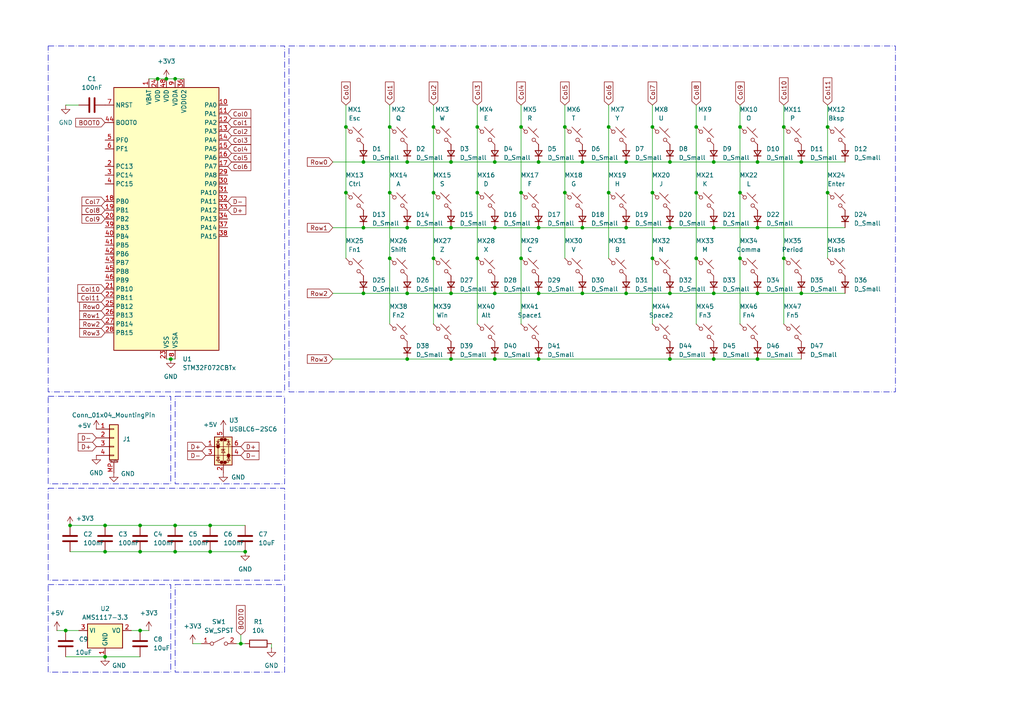
<source format=kicad_sch>
(kicad_sch (version 20250114) (generator "eeschema") (generator_version "9.0")
  (paper "A4")
  (lib_symbols
    (symbol "Connector_Generic_MountingPin:Conn_01x04_MountingPin" (pin_names (offset 1.016) (hide yes))
      (property "Reference" "J" (at 0 5.08 0))
      (property "Value" "Conn_01x04_MountingPin" (at 1.27 -7.62 0))
      (symbol "Conn_01x04_MountingPin_1_1"
        (text "Mounting" (at 0 -6.731 0) (effects (font (size 0.381 0.381))))
        (pin passive line (at -5.08 2.54 0) (length 3.81) (name "Pin_1") (number "1"))
        (pin passive line (at -5.08 0 0) (length 3.81) (name "Pin_2") (number "2"))
        (pin passive line (at -5.08 -2.54 0) (length 3.81) (name "Pin_3") (number "3"))
        (pin passive line (at -5.08 -5.08 0) (length 3.81) (name "Pin_4") (number "4"))
        (pin passive line (at 0 -10.16 90) (length 3.048) (name "MountPin") (number "MP"))
      )
    )
    (symbol "Device:C" (pin_numbers (hide yes)) (pin_names (offset 0.254))
      (property "Reference" "C" (at 0.635 2.54 0))
      (property "Value" "C" (at 0.635 -2.54 0))
      (symbol "C_1_1"
        (pin passive line (at 0 3.81 270) (length 2.794) (name "~") (number "1"))
        (pin passive line (at 0 -3.81 90) (length 2.794) (name "~") (number "2"))
      )
    )
    (symbol "Device:D_Small" (pin_numbers (hide yes)) (pin_names (offset 0.254) (hide yes))
      (property "Reference" "D" (at -1.27 2.032 0))
      (property "Value" "D_Small" (at -3.81 -2.032 0))
      (symbol "D_Small_1_1"
        (pin passive line (at -2.54 0 0) (length 1.778) (name "K") (number "1"))
        (pin passive line (at 2.54 0 180) (length 1.778) (name "A") (number "2"))
      )
    )
    (symbol "Device:R" (pin_numbers (hide yes)) (pin_names (offset 0))
      (property "Reference" "R" (at 2.032 0 90))
      (property "Value" "R" (at 0 0 90))
      (symbol "R_1_1"
        (pin passive line (at 0 3.81 270) (length 1.27) (name "~") (number "1"))
        (pin passive line (at 0 -3.81 90) (length 1.27) (name "~") (number "2"))
      )
    )
    (symbol "MCU_ST_STM32F0:STM32F072CBTx"
      (property "Reference" "U" (at -15.24 39.37 0))
      (property "Value" "STM32F072CBTx" (at 7.62 39.37 0))
      (symbol "STM32F072CBTx_1_1"
        (pin input line (at -17.78 33.02 0) (length 2.54) (name "NRST") (number "7"))
        (pin input line (at -17.78 27.94 0) (length 2.54) (name "BOOT0") (number "44"))
        (pin bidirectional line (at -17.78 22.86 0) (length 2.54) (name "PF0") (number "5"))
        (pin bidirectional line (at -17.78 20.32 0) (length 2.54) (name "PF1") (number "6"))
        (pin bidirectional line (at -17.78 15.24 0) (length 2.54) (name "PC13") (number "2"))
        (pin bidirectional line (at -17.78 12.7 0) (length 2.54) (name "PC14") (number "3"))
        (pin bidirectional line (at -17.78 10.16 0) (length 2.54) (name "PC15") (number "4"))
        (pin bidirectional line (at -17.78 5.08 0) (length 2.54) (name "PB0") (number "18"))
        (pin bidirectional line (at -17.78 2.54 0) (length 2.54) (name "PB1") (number "19"))
        (pin bidirectional line (at -17.78 0 0) (length 2.54) (name "PB2") (number "20"))
        (pin bidirectional line (at -17.78 -2.54 0) (length 2.54) (name "PB3") (number "39"))
        (pin bidirectional line (at -17.78 -5.08 0) (length 2.54) (name "PB4") (number "40"))
        (pin bidirectional line (at -17.78 -7.62 0) (length 2.54) (name "PB5") (number "41"))
        (pin bidirectional line (at -17.78 -10.16 0) (length 2.54) (name "PB6") (number "42"))
        (pin bidirectional line (at -17.78 -12.7 0) (length 2.54) (name "PB7") (number "43"))
        (pin bidirectional line (at -17.78 -15.24 0) (length 2.54) (name "PB8") (number "45"))
        (pin bidirectional line (at -17.78 -17.78 0) (length 2.54) (name "PB9") (number "46"))
        (pin bidirectional line (at -17.78 -20.32 0) (length 2.54) (name "PB10") (number "21"))
        (pin bidirectional line (at -17.78 -22.86 0) (length 2.54) (name "PB11") (number "22"))
        (pin bidirectional line (at -17.78 -25.4 0) (length 2.54) (name "PB12") (number "25"))
        (pin bidirectional line (at -17.78 -27.94 0) (length 2.54) (name "PB13") (number "26"))
        (pin bidirectional line (at -17.78 -30.48 0) (length 2.54) (name "PB14") (number "27"))
        (pin bidirectional line (at -17.78 -33.02 0) (length 2.54) (name "PB15") (number "28"))
        (pin power_in line (at -5.08 40.64 270) (length 2.54) (name "VBAT") (number "1"))
        (pin power_in line (at -2.54 40.64 270) (length 2.54) (name "VDD") (number "24"))
        (pin power_in line (at 0 40.64 270) (length 2.54) (name "VDD") (number "48"))
        (pin power_in line (at 0 -40.64 90) (length 2.54) (name "VSS") (number "23"))
        (pin passive line (at 0 -40.64 90) (length 2.54) (hide yes) (name "VSS") (number "35"))
        (pin passive line (at 0 -40.64 90) (length 2.54) (hide yes) (name "VSS") (number "47"))
        (pin power_in line (at 2.54 40.64 270) (length 2.54) (name "VDDA") (number "9"))
        (pin power_in line (at 2.54 -40.64 90) (length 2.54) (name "VSSA") (number "8"))
        (pin power_in line (at 5.08 40.64 270) (length 2.54) (name "VDDIO2") (number "36"))
        (pin bidirectional line (at 17.78 33.02 180) (length 2.54) (name "PA0") (number "10"))
        (pin bidirectional line (at 17.78 30.48 180) (length 2.54) (name "PA1") (number "11"))
        (pin bidirectional line (at 17.78 27.94 180) (length 2.54) (name "PA2") (number "12"))
        (pin bidirectional line (at 17.78 25.4 180) (length 2.54) (name "PA3") (number "13"))
        (pin bidirectional line (at 17.78 22.86 180) (length 2.54) (name "PA4") (number "14"))
        (pin bidirectional line (at 17.78 20.32 180) (length 2.54) (name "PA5") (number "15"))
        (pin bidirectional line (at 17.78 17.78 180) (length 2.54) (name "PA6") (number "16"))
        (pin bidirectional line (at 17.78 15.24 180) (length 2.54) (name "PA7") (number "17"))
        (pin bidirectional line (at 17.78 12.7 180) (length 2.54) (name "PA8") (number "29"))
        (pin bidirectional line (at 17.78 10.16 180) (length 2.54) (name "PA9") (number "30"))
        (pin bidirectional line (at 17.78 7.62 180) (length 2.54) (name "PA10") (number "31"))
        (pin bidirectional line (at 17.78 5.08 180) (length 2.54) (name "PA11") (number "32"))
        (pin bidirectional line (at 17.78 2.54 180) (length 2.54) (name "PA12") (number "33"))
        (pin bidirectional line (at 17.78 0 180) (length 2.54) (name "PA13") (number "34"))
        (pin bidirectional line (at 17.78 -2.54 180) (length 2.54) (name "PA14") (number "37"))
        (pin bidirectional line (at 17.78 -5.08 180) (length 2.54) (name "PA15") (number "38"))
      )
    )
    (symbol "PCM_marbastlib-mx:MX_SW_HS_CPG151101S11" (pin_numbers (hide yes)) (pin_names (offset 1.016) (hide yes))
      (property "Reference" "MX" (at 3.048 1.016 0))
      (property "Value" "MX_SW_HS" (at 0 -3.81 0))
      (symbol "MX_SW_HS_CPG151101S11_0_1"
        (pin passive line (at -2.54 2.54 0) (length 0) (name "1") (number "1"))
        (pin passive line (at 2.54 -2.54 180) (length 0) (name "2") (number "2"))
      )
    )
    (symbol "Power_Protection:USBLC6-2SC6" (pin_names (hide yes))
      (property "Reference" "U" (at 0.635 5.715 0))
      (property "Value" "USBLC6-2SC6" (at 0.635 3.81 0))
      (symbol "USBLC6-2SC6_1_1"
        (pin passive line (at -5.08 0 0) (length 2.54) (name "I/O1") (number "1"))
        (pin passive line (at -5.08 -2.54 0) (length 2.54) (name "I/O2") (number "3"))
        (pin passive line (at 0 5.08 270) (length 2.54) (name "VBUS") (number "5"))
        (pin passive line (at 0 -7.62 90) (length 2.54) (name "GND") (number "2"))
        (pin passive line (at 5.08 0 180) (length 2.54) (name "I/O1") (number "6"))
        (pin passive line (at 5.08 -2.54 180) (length 2.54) (name "I/O2") (number "4"))
      )
    )
    (symbol "Regulator_Linear:AMS1117-3.3"
      (property "Reference" "U" (at -3.81 3.175 0))
      (property "Value" "AMS1117-3.3" (at 0 3.175 0))
      (symbol "AMS1117-3.3_1_1"
        (pin power_in line (at -7.62 0 0) (length 2.54) (name "VI") (number "3"))
        (pin power_in line (at 0 -7.62 90) (length 2.54) (name "GND") (number "1"))
        (pin power_out line (at 7.62 0 180) (length 2.54) (name "VO") (number "2"))
      )
    )
    (symbol "Switch:SW_SPST" (pin_names (offset 0) (hide yes))
      (property "Reference" "SW" (at 0 3.175 0))
      (property "Value" "SW_SPST" (at 0 -2.54 0))
      (symbol "SW_SPST_1_1"
        (pin passive line (at -5.08 0 0) (length 2.54) (name "A") (number "1"))
        (pin passive line (at 5.08 0 180) (length 2.54) (name "B") (number "2"))
      )
    )
    (symbol "power:+3V3" (power) (pin_numbers (hide yes)) (pin_names (offset 0) (hide yes))
      (property "Value" "+3V3" (at 0 3.556 0))
      (symbol "+3V3_1_1"
        (pin power_in line (at 0 0 90) (length 0) (name "~") (number "1"))
      )
    )
    (symbol "power:+5V" (power) (pin_numbers (hide yes)) (pin_names (offset 0) (hide yes))
      (property "Value" "+5V" (at 0 3.556 0))
      (symbol "+5V_1_1"
        (pin power_in line (at 0 0 90) (length 0) (name "~") (number "1"))
      )
    )
    (symbol "power:GND" (power) (pin_numbers (hide yes)) (pin_names (offset 0) (hide yes))
      (property "Value" "GND" (at 0 -3.81 0))
      (symbol "GND_1_1"
        (pin power_in line (at 0 0 270) (length 0) (name "~") (number "1"))
      )
    )
  )
  (rectangle (start 83.82 13.335) (end 259.715 113.665) (stroke (width 0) (type dash_dot)))
  (rectangle (start 13.97 13.335) (end 82.55 113.665) (stroke (width 0) (type dash_dot)))
  (rectangle (start 50.8 169.545) (end 82.55 194.945) (stroke (width 0) (type dash_dot)))
  (rectangle (start 13.97 169.545) (end 49.53 194.945) (stroke (width 0) (type dash_dot)))
  (rectangle (start 13.97 141.605) (end 82.55 168.275) (stroke (width 0) (type dash_dot)))
  (rectangle (start 13.97 114.935) (end 49.53 140.335) (stroke (width 0) (type dash_dot)))
  (rectangle (start 50.8 114.935) (end 82.55 140.335) (stroke (width 0) (type dash_dot)))
  (junction (at 176.53 36.83))
  (junction (at 232.41 85.09))
  (junction (at 156.21 104.14))
  (junction (at 69.85 186.69))
  (junction (at 219.71 85.09))
  (junction (at 181.61 46.99))
  (junction (at 130.81 85.09))
  (junction (at 118.11 85.09))
  (junction (at 143.51 85.09))
  (junction (at 130.81 104.14))
  (junction (at 45.72 22.86))
  (junction (at 113.03 74.93))
  (junction (at 168.91 66.04))
  (junction (at 189.23 74.93))
  (junction (at 214.63 36.83))
  (junction (at 30.48 160.02))
  (junction (at 240.03 55.88))
  (junction (at 176.53 55.88))
  (junction (at 105.41 85.09))
  (junction (at 130.81 66.04))
  (junction (at 138.43 74.93))
  (junction (at 232.41 46.99))
  (junction (at 163.83 55.88))
  (junction (at 219.71 104.14))
  (junction (at 151.13 36.83))
  (junction (at 118.11 46.99))
  (junction (at 194.31 66.04))
  (junction (at 156.21 85.09))
  (junction (at 163.83 36.83))
  (junction (at 50.8 152.4))
  (junction (at 168.91 85.09))
  (junction (at 219.71 66.04))
  (junction (at 125.73 36.83))
  (junction (at 130.81 46.99))
  (junction (at 118.11 104.14))
  (junction (at 181.61 66.04))
  (junction (at 30.48 190.5))
  (junction (at 207.01 104.14))
  (junction (at 100.33 36.83))
  (junction (at 138.43 36.83))
  (junction (at 227.33 74.93))
  (junction (at 20.32 152.4))
  (junction (at 143.51 66.04))
  (junction (at 138.43 55.88))
  (junction (at 40.64 152.4))
  (junction (at 49.53 104.14))
  (junction (at 168.91 46.99))
  (junction (at 194.31 104.14))
  (junction (at 151.13 74.93))
  (junction (at 40.64 182.88))
  (junction (at 60.96 152.4))
  (junction (at 113.03 36.83))
  (junction (at 189.23 36.83))
  (junction (at 50.8 22.86))
  (junction (at 125.73 55.88))
  (junction (at 60.96 160.02))
  (junction (at 30.48 152.4))
  (junction (at 48.26 22.86))
  (junction (at 201.93 55.88))
  (junction (at 105.41 46.99))
  (junction (at 105.41 66.04))
  (junction (at 156.21 46.99))
  (junction (at 40.64 160.02))
  (junction (at 207.01 66.04))
  (junction (at 19.05 182.88))
  (junction (at 214.63 74.93))
  (junction (at 214.63 55.88))
  (junction (at 201.93 74.93))
  (junction (at 194.31 85.09))
  (junction (at 181.61 85.09))
  (junction (at 118.11 66.04))
  (junction (at 143.51 46.99))
  (junction (at 194.31 46.99))
  (junction (at 189.23 55.88))
  (junction (at 113.03 55.88))
  (junction (at 143.51 104.14))
  (junction (at 71.12 160.02))
  (junction (at 207.01 85.09))
  (junction (at 125.73 74.93))
  (junction (at 100.33 55.88))
  (junction (at 201.93 36.83))
  (junction (at 227.33 36.83))
  (junction (at 240.03 36.83))
  (junction (at 156.21 66.04))
  (junction (at 207.01 46.99))
  (junction (at 219.71 46.99))
  (junction (at 151.13 55.88))
  (junction (at 50.8 160.02))
  (wire (pts (xy 163.83 30.48) (xy 163.83 36.83)))
  (wire (pts (xy 78.74 186.69) (xy 78.74 187.96)))
  (wire (pts (xy 189.23 74.93) (xy 189.23 93.98)))
  (wire (pts (xy 100.33 36.83) (xy 100.33 55.88)))
  (wire (pts (xy 181.61 46.99) (xy 194.31 46.99)))
  (wire (pts (xy 227.33 30.48) (xy 227.33 36.83)))
  (wire (pts (xy 105.41 66.04) (xy 118.11 66.04)))
  (wire (pts (xy 60.96 152.4) (xy 71.12 152.4)))
  (wire (pts (xy 214.63 36.83) (xy 214.63 30.48)))
  (wire (pts (xy 163.83 55.88) (xy 163.83 74.93)))
  (wire (pts (xy 168.91 46.99) (xy 181.61 46.99)))
  (wire (pts (xy 201.93 36.83) (xy 201.93 55.88)))
  (wire (pts (xy 69.85 186.69) (xy 71.12 186.69)))
  (wire (pts (xy 118.11 85.09) (xy 130.81 85.09)))
  (wire (pts (xy 118.11 46.99) (xy 130.81 46.99)))
  (wire (pts (xy 100.33 30.48) (xy 100.33 36.83)))
  (wire (pts (xy 176.53 55.88) (xy 176.53 74.93)))
  (wire (pts (xy 240.03 30.48) (xy 240.03 36.83)))
  (wire (pts (xy 207.01 104.14) (xy 219.71 104.14)))
  (wire (pts (xy 60.96 160.02) (xy 71.12 160.02)))
  (wire (pts (xy 96.52 85.09) (xy 105.41 85.09)))
  (wire (pts (xy 118.11 104.14) (xy 130.81 104.14)))
  (wire (pts (xy 219.71 46.99) (xy 232.41 46.99)))
  (wire (pts (xy 194.31 85.09) (xy 207.01 85.09)))
  (wire (pts (xy 138.43 74.93) (xy 138.43 93.98)))
  (wire (pts (xy 50.8 160.02) (xy 60.96 160.02)))
  (wire (pts (xy 143.51 46.99) (xy 156.21 46.99)))
  (wire (pts (xy 176.53 36.83) (xy 176.53 55.88)))
  (wire (pts (xy 68.58 186.69) (xy 69.85 186.69)))
  (wire (pts (xy 207.01 85.09) (xy 219.71 85.09)))
  (wire (pts (xy 176.53 30.48) (xy 176.53 36.83)))
  (wire (pts (xy 143.51 104.14) (xy 156.21 104.14)))
  (wire (pts (xy 48.26 22.86) (xy 50.8 22.86)))
  (wire (pts (xy 96.52 46.99) (xy 105.41 46.99)))
  (wire (pts (xy 194.31 66.04) (xy 207.01 66.04)))
  (wire (pts (xy 49.53 104.14) (xy 50.8 104.14)))
  (wire (pts (xy 214.63 74.93) (xy 214.63 55.88)))
  (wire (pts (xy 156.21 104.14) (xy 194.31 104.14)))
  (wire (pts (xy 113.03 30.48) (xy 113.03 36.83)))
  (wire (pts (xy 19.05 190.5) (xy 30.48 190.5)))
  (wire (pts (xy 96.52 66.04) (xy 105.41 66.04)))
  (wire (pts (xy 227.33 36.83) (xy 227.33 74.93)))
  (wire (pts (xy 189.23 30.48) (xy 189.23 36.83)))
  (wire (pts (xy 130.81 104.14) (xy 143.51 104.14)))
  (wire (pts (xy 214.63 55.88) (xy 214.63 36.83)))
  (wire (pts (xy 105.41 46.99) (xy 118.11 46.99)))
  (wire (pts (xy 50.8 152.4) (xy 60.96 152.4)))
  (wire (pts (xy 38.1 182.88) (xy 40.64 182.88)))
  (wire (pts (xy 30.48 152.4) (xy 40.64 152.4)))
  (wire (pts (xy 118.11 66.04) (xy 130.81 66.04)))
  (wire (pts (xy 232.41 46.99) (xy 245.11 46.99)))
  (wire (pts (xy 138.43 36.83) (xy 138.43 55.88)))
  (wire (pts (xy 130.81 46.99) (xy 143.51 46.99)))
  (wire (pts (xy 227.33 74.93) (xy 227.33 93.98)))
  (wire (pts (xy 151.13 74.93) (xy 151.13 93.98)))
  (wire (pts (xy 143.51 66.04) (xy 156.21 66.04)))
  (wire (pts (xy 19.05 182.88) (xy 22.86 182.88)))
  (wire (pts (xy 125.73 30.48) (xy 125.73 36.83)))
  (wire (pts (xy 20.32 152.4) (xy 30.48 152.4)))
  (wire (pts (xy 43.18 22.86) (xy 45.72 22.86)))
  (wire (pts (xy 189.23 36.83) (xy 189.23 55.88)))
  (wire (pts (xy 113.03 55.88) (xy 113.03 74.93)))
  (wire (pts (xy 219.71 85.09) (xy 232.41 85.09)))
  (wire (pts (xy 240.03 36.83) (xy 240.03 55.88)))
  (wire (pts (xy 163.83 36.83) (xy 163.83 55.88)))
  (wire (pts (xy 50.8 22.86) (xy 53.34 22.86)))
  (wire (pts (xy 40.64 182.88) (xy 43.18 182.88)))
  (wire (pts (xy 138.43 30.48) (xy 138.43 36.83)))
  (wire (pts (xy 189.23 55.88) (xy 189.23 74.93)))
  (wire (pts (xy 151.13 55.88) (xy 151.13 74.93)))
  (wire (pts (xy 55.88 186.69) (xy 58.42 186.69)))
  (wire (pts (xy 240.03 55.88) (xy 240.03 74.93)))
  (wire (pts (xy 100.33 55.88) (xy 100.33 74.93)))
  (wire (pts (xy 113.03 36.83) (xy 113.03 55.88)))
  (wire (pts (xy 151.13 30.48) (xy 151.13 36.83)))
  (wire (pts (xy 48.26 104.14) (xy 49.53 104.14)))
  (wire (pts (xy 40.64 160.02) (xy 50.8 160.02)))
  (wire (pts (xy 156.21 66.04) (xy 168.91 66.04)))
  (wire (pts (xy 125.73 74.93) (xy 125.73 93.98)))
  (wire (pts (xy 130.81 85.09) (xy 143.51 85.09)))
  (wire (pts (xy 194.31 46.99) (xy 207.01 46.99)))
  (wire (pts (xy 194.31 104.14) (xy 207.01 104.14)))
  (wire (pts (xy 201.93 30.48) (xy 201.93 36.83)))
  (wire (pts (xy 168.91 85.09) (xy 181.61 85.09)))
  (wire (pts (xy 113.03 74.93) (xy 113.03 93.98)))
  (wire (pts (xy 156.21 85.09) (xy 168.91 85.09)))
  (wire (pts (xy 30.48 160.02) (xy 40.64 160.02)))
  (wire (pts (xy 138.43 55.88) (xy 138.43 74.93)))
  (wire (pts (xy 96.52 104.14) (xy 118.11 104.14)))
  (wire (pts (xy 30.48 190.5) (xy 40.64 190.5)))
  (wire (pts (xy 156.21 46.99) (xy 168.91 46.99)))
  (wire (pts (xy 168.91 66.04) (xy 181.61 66.04)))
  (wire (pts (xy 151.13 36.83) (xy 151.13 55.88)))
  (wire (pts (xy 219.71 66.04) (xy 245.11 66.04)))
  (wire (pts (xy 201.93 74.93) (xy 201.93 93.98)))
  (wire (pts (xy 181.61 66.04) (xy 194.31 66.04)))
  (wire (pts (xy 40.64 152.4) (xy 50.8 152.4)))
  (wire (pts (xy 19.05 30.48) (xy 22.86 30.48)))
  (wire (pts (xy 214.63 93.98) (xy 214.63 74.93)))
  (wire (pts (xy 45.72 22.86) (xy 48.26 22.86)))
  (wire (pts (xy 69.85 184.15) (xy 69.85 186.69)))
  (wire (pts (xy 105.41 85.09) (xy 118.11 85.09)))
  (wire (pts (xy 207.01 46.99) (xy 219.71 46.99)))
  (wire (pts (xy 125.73 55.88) (xy 125.73 74.93)))
  (wire (pts (xy 16.51 182.88) (xy 19.05 182.88)))
  (wire (pts (xy 201.93 55.88) (xy 201.93 74.93)))
  (wire (pts (xy 143.51 85.09) (xy 156.21 85.09)))
  (wire (pts (xy 207.01 66.04) (xy 219.71 66.04)))
  (wire (pts (xy 130.81 66.04) (xy 143.51 66.04)))
  (wire (pts (xy 232.41 85.09) (xy 245.11 85.09)))
  (wire (pts (xy 125.73 36.83) (xy 125.73 55.88)))
  (wire (pts (xy 181.61 85.09) (xy 194.31 85.09)))
  (wire (pts (xy 20.32 160.02) (xy 30.48 160.02)))
  (wire (pts (xy 219.71 104.14) (xy 232.41 104.14)))
  (global_label "Col11" (shape input) (at 240.03 30.48 90) (property "Intersheetrefs" "${INTERSHEET_REFS}" (effects (hide yes))))
  (global_label "D-" (shape input) (at 69.85 132.08 0) (property "Intersheetrefs" "${INTERSHEET_REFS}" (effects (hide yes))))
  (global_label "D+" (shape input) (at 27.94 129.54 180) (property "Intersheetrefs" "${INTERSHEET_REFS}" (effects (hide yes))))
  (global_label "Col5" (shape input) (at 163.83 30.48 90) (property "Intersheetrefs" "${INTERSHEET_REFS}" (effects (hide yes))))
  (global_label "D-" (shape input) (at 66.04 58.42 0) (property "Intersheetrefs" "${INTERSHEET_REFS}" (effects (hide yes))))
  (global_label "D+" (shape input) (at 59.69 129.54 180) (property "Intersheetrefs" "${INTERSHEET_REFS}" (effects (hide yes))))
  (global_label "Row3" (shape input) (at 30.48 96.52 180) (property "Intersheetrefs" "${INTERSHEET_REFS}" (effects (hide yes))))
  (global_label "D-" (shape input) (at 27.94 127 180) (property "Intersheetrefs" "${INTERSHEET_REFS}" (effects (hide yes))))
  (global_label "Col11" (shape input) (at 30.48 86.36 180) (property "Intersheetrefs" "${INTERSHEET_REFS}" (effects (hide yes))))
  (global_label "Row0" (shape input) (at 30.48 88.9 180) (property "Intersheetrefs" "${INTERSHEET_REFS}" (effects (hide yes))))
  (global_label "Col3" (shape input) (at 66.04 40.64 0) (property "Intersheetrefs" "${INTERSHEET_REFS}" (effects (hide yes))))
  (global_label "Col10" (shape input) (at 227.33 30.48 90) (property "Intersheetrefs" "${INTERSHEET_REFS}" (effects (hide yes))))
  (global_label "Col1" (shape input) (at 113.03 30.48 90) (property "Intersheetrefs" "${INTERSHEET_REFS}" (effects (hide yes))))
  (global_label "Col10" (shape input) (at 30.48 83.82 180) (property "Intersheetrefs" "${INTERSHEET_REFS}" (effects (hide yes))))
  (global_label "Col1" (shape input) (at 66.04 35.56 0) (property "Intersheetrefs" "${INTERSHEET_REFS}" (effects (hide yes))))
  (global_label "Col4" (shape input) (at 151.13 30.48 90) (property "Intersheetrefs" "${INTERSHEET_REFS}" (effects (hide yes))))
  (global_label "Row1" (shape input) (at 96.52 66.04 180) (property "Intersheetrefs" "${INTERSHEET_REFS}" (effects (hide yes))))
  (global_label "Col0" (shape input) (at 100.33 30.48 90) (property "Intersheetrefs" "${INTERSHEET_REFS}" (effects (hide yes))))
  (global_label "Col9" (shape input) (at 214.63 30.48 90) (property "Intersheetrefs" "${INTERSHEET_REFS}" (effects (hide yes))))
  (global_label "Row0" (shape input) (at 96.52 46.99 180) (property "Intersheetrefs" "${INTERSHEET_REFS}" (effects (hide yes))))
  (global_label "D-" (shape input) (at 59.69 132.08 180) (property "Intersheetrefs" "${INTERSHEET_REFS}" (effects (hide yes))))
  (global_label "Row2" (shape input) (at 96.52 85.09 180) (property "Intersheetrefs" "${INTERSHEET_REFS}" (effects (hide yes))))
  (global_label "Col8" (shape input) (at 30.48 60.96 180) (property "Intersheetrefs" "${INTERSHEET_REFS}" (effects (hide yes))))
  (global_label "Col2" (shape input) (at 66.04 38.1 0) (property "Intersheetrefs" "${INTERSHEET_REFS}" (effects (hide yes))))
  (global_label "Col0" (shape input) (at 66.04 33.02 0) (property "Intersheetrefs" "${INTERSHEET_REFS}" (effects (hide yes))))
  (global_label "Col3" (shape input) (at 138.43 30.48 90) (property "Intersheetrefs" "${INTERSHEET_REFS}" (effects (hide yes))))
  (global_label "Col6" (shape input) (at 66.04 48.26 0) (property "Intersheetrefs" "${INTERSHEET_REFS}" (effects (hide yes))))
  (global_label "Col6" (shape input) (at 176.53 30.48 90) (property "Intersheetrefs" "${INTERSHEET_REFS}" (effects (hide yes))))
  (global_label "BOOT0" (shape input) (at 30.48 35.56 180) (property "Intersheetrefs" "${INTERSHEET_REFS}" (effects (hide yes))))
  (global_label "Col9" (shape input) (at 30.48 63.5 180) (property "Intersheetrefs" "${INTERSHEET_REFS}" (effects (hide yes))))
  (global_label "Col4" (shape input) (at 66.04 43.18 0) (property "Intersheetrefs" "${INTERSHEET_REFS}" (effects (hide yes))))
  (global_label "BOOT0" (shape input) (at 69.85 184.15 90) (property "Intersheetrefs" "${INTERSHEET_REFS}" (effects (hide yes))))
  (global_label "D+" (shape input) (at 66.04 60.96 0) (property "Intersheetrefs" "${INTERSHEET_REFS}" (effects (hide yes))))
  (global_label "Row2" (shape input) (at 30.48 93.98 180) (property "Intersheetrefs" "${INTERSHEET_REFS}" (effects (hide yes))))
  (global_label "Col5" (shape input) (at 66.04 45.72 0) (property "Intersheetrefs" "${INTERSHEET_REFS}" (effects (hide yes))))
  (global_label "Col2" (shape input) (at 125.73 30.48 90) (property "Intersheetrefs" "${INTERSHEET_REFS}" (effects (hide yes))))
  (global_label "D+" (shape input) (at 69.85 129.54 0) (property "Intersheetrefs" "${INTERSHEET_REFS}" (effects (hide yes))))
  (global_label "Col8" (shape input) (at 201.93 30.48 90) (property "Intersheetrefs" "${INTERSHEET_REFS}" (effects (hide yes))))
  (global_label "Row3" (shape input) (at 96.52 104.14 180) (property "Intersheetrefs" "${INTERSHEET_REFS}" (effects (hide yes))))
  (global_label "Row1" (shape input) (at 30.48 91.44 180) (property "Intersheetrefs" "${INTERSHEET_REFS}" (effects (hide yes))))
  (global_label "Col7" (shape input) (at 30.48 58.42 180) (property "Intersheetrefs" "${INTERSHEET_REFS}" (effects (hide yes))))
  (global_label "Col7" (shape input) (at 189.23 30.48 90) (property "Intersheetrefs" "${INTERSHEET_REFS}" (effects (hide yes))))
  (symbol (lib_id "power:GND") (at 19.05 30.48 0) (unit 1)
    (property "Reference" "#PWR02" (effects (hide yes)))
    (property "Value" "GND" (at 19.05 35.56 0))
    (property "Description" "Power symbol creates a global label with name \"GND\" , ground" (effects (hide yes)))
  )
  (symbol (lib_id "Device:C") (at 20.32 156.21 180) (unit 1)
    (property "Reference" "C2" (at 24.13 154.9399 0) (effects (justify right)))
    (property "Value" "100nF" (at 24.13 157.4799 0) (effects (justify right)))
    (property "Footprint" "Capacitor_SMD:C_0805_2012Metric_Pad1.18x1.45mm_HandSolder" (effects (hide yes)))
    (property "Description" "Unpolarized capacitor" (effects (hide yes)))
  )
  (symbol (lib_id "PCM_marbastlib-mx:MX_SW_HS_CPG151101S11") (at 153.67 96.52 0) (unit 1)
    (property "Reference" "MX41" (at 153.67 88.9 0))
    (property "Value" "Space1" (at 153.67 91.44 0))
    (property "Footprint" "PCM_marbastlib-mx:SW_MX_HS_CPG151101S11_1u" (effects (hide yes)))
    (property "Description" "Push button switch, normally open, two pins, 45° tilted, Kailh CPG151101S11 for Cherry MX style switches" (effects (hide yes)))
  )
  (symbol (lib_id "Device:D_Small") (at 194.31 82.55 90) (unit 1)
    (property "Reference" "D32" (at 196.85 81.2799 90) (effects (justify right)))
    (property "Value" "D_Small" (at 196.85 83.8199 90) (effects (justify right)))
    (property "Footprint" "Diode_SMD:D_0805_2012Metric_Pad1.15x1.40mm_HandSolder" (effects (hide yes)))
    (property "Description" "Diode, small symbol" (effects (hide yes)))
    (property "Sim.Device" "D" (effects (hide yes)))
    (property "Sim.Pins" "1=K 2=A" (effects (hide yes)))
  )
  (symbol (lib_id "Device:D_Small") (at 168.91 63.5 90) (unit 1)
    (property "Reference" "D18" (at 171.45 62.2299 90) (effects (justify right)))
    (property "Value" "D_Small" (at 171.45 64.7699 90) (effects (justify right)))
    (property "Footprint" "Diode_SMD:D_0805_2012Metric_Pad1.15x1.40mm_HandSolder" (effects (hide yes)))
    (property "Description" "Diode, small symbol" (effects (hide yes)))
    (property "Sim.Device" "D" (effects (hide yes)))
    (property "Sim.Pins" "1=K 2=A" (effects (hide yes)))
  )
  (symbol (lib_id "Device:D_Small") (at 143.51 63.5 90) (unit 1)
    (property "Reference" "D16" (at 146.05 62.2299 90) (effects (justify right)))
    (property "Value" "D_Small" (at 146.05 64.7699 90) (effects (justify right)))
    (property "Footprint" "Diode_SMD:D_0805_2012Metric_Pad1.15x1.40mm_HandSolder" (effects (hide yes)))
    (property "Description" "Diode, small symbol" (effects (hide yes)))
    (property "Sim.Device" "D" (effects (hide yes)))
    (property "Sim.Pins" "1=K 2=A" (effects (hide yes)))
  )
  (symbol (lib_id "PCM_marbastlib-mx:MX_SW_HS_CPG151101S11") (at 153.67 39.37 0) (unit 1)
    (property "Reference" "MX5" (at 153.67 31.75 0))
    (property "Value" "R" (at 153.67 34.29 0))
    (property "Footprint" "PCM_marbastlib-mx:SW_MX_HS_CPG151101S11_1u" (effects (hide yes)))
    (property "Description" "Push button switch, normally open, two pins, 45° tilted, Kailh CPG151101S11 for Cherry MX style switches" (effects (hide yes)))
  )
  (symbol (lib_id "PCM_marbastlib-mx:MX_SW_HS_CPG151101S11") (at 217.17 39.37 0) (unit 1)
    (property "Reference" "MX10" (at 217.17 31.75 0))
    (property "Value" "O" (at 217.17 34.29 0))
    (property "Footprint" "PCM_marbastlib-mx:SW_MX_HS_CPG151101S11_1u" (effects (hide yes)))
    (property "Description" "Push button switch, normally open, two pins, 45° tilted, Kailh CPG151101S11 for Cherry MX style switches" (effects (hide yes)))
  )
  (symbol (lib_id "Device:D_Small") (at 143.51 82.55 90) (unit 1)
    (property "Reference" "D28" (at 146.05 81.2799 90) (effects (justify right)))
    (property "Value" "D_Small" (at 146.05 83.8199 90) (effects (justify right)))
    (property "Footprint" "Diode_SMD:D_0805_2012Metric_Pad1.15x1.40mm_HandSolder" (effects (hide yes)))
    (property "Description" "Diode, small symbol" (effects (hide yes)))
    (property "Sim.Device" "D" (effects (hide yes)))
    (property "Sim.Pins" "1=K 2=A" (effects (hide yes)))
  )
  (symbol (lib_id "PCM_marbastlib-mx:MX_SW_HS_CPG151101S11") (at 229.87 96.52 0) (unit 1)
    (property "Reference" "MX47" (at 229.87 88.9 0))
    (property "Value" "Fn5" (at 229.87 91.44 0))
    (property "Footprint" "PCM_marbastlib-mx:SW_MX_HS_CPG151101S11_1u" (effects (hide yes)))
    (property "Description" "Push button switch, normally open, two pins, 45° tilted, Kailh CPG151101S11 for Cherry MX style switches" (effects (hide yes)))
  )
  (symbol (lib_id "Device:C") (at 50.8 156.21 180) (unit 1)
    (property "Reference" "C5" (at 54.61 154.9399 0) (effects (justify right)))
    (property "Value" "100nF" (at 54.61 157.4799 0) (effects (justify right)))
    (property "Footprint" "Capacitor_SMD:C_0805_2012Metric_Pad1.18x1.45mm_HandSolder" (effects (hide yes)))
    (property "Description" "Unpolarized capacitor" (effects (hide yes)))
  )
  (symbol (lib_id "PCM_marbastlib-mx:MX_SW_HS_CPG151101S11") (at 229.87 39.37 0) (unit 1)
    (property "Reference" "MX11" (at 229.87 31.75 0))
    (property "Value" "P" (at 229.87 34.29 0))
    (property "Footprint" "PCM_marbastlib-mx:SW_MX_HS_CPG151101S11_1u" (effects (hide yes)))
    (property "Description" "Push button switch, normally open, two pins, 45° tilted, Kailh CPG151101S11 for Cherry MX style switches" (effects (hide yes)))
  )
  (symbol (lib_id "Device:D_Small") (at 156.21 101.6 90) (unit 1)
    (property "Reference" "D41" (at 158.75 100.3299 90) (effects (justify right)))
    (property "Value" "D_Small" (at 158.75 102.8699 90) (effects (justify right)))
    (property "Footprint" "Diode_SMD:D_0805_2012Metric_Pad1.15x1.40mm_HandSolder" (effects (hide yes)))
    (property "Description" "Diode, small symbol" (effects (hide yes)))
    (property "Sim.Device" "D" (effects (hide yes)))
    (property "Sim.Pins" "1=K 2=A" (effects (hide yes)))
  )
  (symbol (lib_id "Device:D_Small") (at 207.01 63.5 90) (unit 1)
    (property "Reference" "D21" (at 209.55 62.2299 90) (effects (justify right)))
    (property "Value" "D_Small" (at 209.55 64.7699 90) (effects (justify right)))
    (property "Footprint" "Diode_SMD:D_0805_2012Metric_Pad1.15x1.40mm_HandSolder" (effects (hide yes)))
    (property "Description" "Diode, small symbol" (effects (hide yes)))
    (property "Sim.Device" "D" (effects (hide yes)))
    (property "Sim.Pins" "1=K 2=A" (effects (hide yes)))
  )
  (symbol (lib_id "PCM_marbastlib-mx:MX_SW_HS_CPG151101S11") (at 242.57 39.37 0) (unit 1)
    (property "Reference" "MX12" (at 242.57 31.75 0))
    (property "Value" "Bksp" (at 242.57 34.29 0))
    (property "Footprint" "PCM_marbastlib-mx:SW_MX_HS_CPG151101S11_1.5u" (effects (hide yes)))
    (property "Description" "Push button switch, normally open, two pins, 45° tilted, Kailh CPG151101S11 for Cherry MX style switches" (effects (hide yes)))
  )
  (symbol (lib_id "Device:C") (at 40.64 186.69 0) (unit 1)
    (property "Reference" "C8" (at 44.45 185.4199 0) (effects (justify left)))
    (property "Value" "10uF" (at 44.45 187.9599 0) (effects (justify left)))
    (property "Footprint" "Capacitor_SMD:C_0805_2012Metric_Pad1.18x1.45mm_HandSolder" (effects (hide yes)))
    (property "Description" "Unpolarized capacitor" (effects (hide yes)))
  )
  (symbol (lib_id "PCM_marbastlib-mx:MX_SW_HS_CPG151101S11") (at 166.37 77.47 0) (unit 1)
    (property "Reference" "MX30" (at 166.37 69.85 0))
    (property "Value" "V" (at 166.37 72.39 0))
    (property "Footprint" "PCM_marbastlib-mx:SW_MX_HS_CPG151101S11_1u" (effects (hide yes)))
    (property "Description" "Push button switch, normally open, two pins, 45° tilted, Kailh CPG151101S11 for Cherry MX style switches" (effects (hide yes)))
  )
  (symbol (lib_id "Device:D_Small") (at 207.01 101.6 90) (unit 1)
    (property "Reference" "D45" (at 209.55 100.3299 90) (effects (justify right)))
    (property "Value" "D_Small" (at 209.55 102.8699 90) (effects (justify right)))
    (property "Footprint" "Diode_SMD:D_0805_2012Metric_Pad1.15x1.40mm_HandSolder" (effects (hide yes)))
    (property "Description" "Diode, small symbol" (effects (hide yes)))
    (property "Sim.Device" "D" (effects (hide yes)))
    (property "Sim.Pins" "1=K 2=A" (effects (hide yes)))
  )
  (symbol (lib_id "PCM_marbastlib-mx:MX_SW_HS_CPG151101S11") (at 115.57 77.47 0) (unit 1)
    (property "Reference" "MX26" (at 115.57 69.85 0))
    (property "Value" "Shift" (at 115.57 72.39 0))
    (property "Footprint" "PCM_marbastlib-mx:SW_MX_HS_CPG151101S11_1.25u" (effects (hide yes)))
    (property "Description" "Push button switch, normally open, two pins, 45° tilted, Kailh CPG151101S11 for Cherry MX style switches" (effects (hide yes)))
  )
  (symbol (lib_id "Device:D_Small") (at 219.71 63.5 90) (unit 1)
    (property "Reference" "D22" (at 222.25 62.2299 90) (effects (justify right)))
    (property "Value" "D_Small" (at 222.25 64.7699 90) (effects (justify right)))
    (property "Footprint" "Diode_SMD:D_0805_2012Metric_Pad1.15x1.40mm_HandSolder" (effects (hide yes)))
    (property "Description" "Diode, small symbol" (effects (hide yes)))
    (property "Sim.Device" "D" (effects (hide yes)))
    (property "Sim.Pins" "1=K 2=A" (effects (hide yes)))
  )
  (symbol (lib_id "Device:D_Small") (at 219.71 82.55 90) (unit 1)
    (property "Reference" "D34" (at 222.25 81.2799 90) (effects (justify right)))
    (property "Value" "D_Small" (at 222.25 83.8199 90) (effects (justify right)))
    (property "Footprint" "Diode_SMD:D_0805_2012Metric_Pad1.15x1.40mm_HandSolder" (effects (hide yes)))
    (property "Description" "Diode, small symbol" (effects (hide yes)))
    (property "Sim.Device" "D" (effects (hide yes)))
    (property "Sim.Pins" "1=K 2=A" (effects (hide yes)))
  )
  (symbol (lib_id "PCM_marbastlib-mx:MX_SW_HS_CPG151101S11") (at 179.07 58.42 0) (unit 1)
    (property "Reference" "MX19" (at 179.07 50.8 0))
    (property "Value" "H" (at 179.07 53.34 0))
    (property "Footprint" "PCM_marbastlib-mx:SW_MX_HS_CPG151101S11_1u" (effects (hide yes)))
    (property "Description" "Push button switch, normally open, two pins, 45° tilted, Kailh CPG151101S11 for Cherry MX style switches" (effects (hide yes)))
  )
  (symbol (lib_id "Device:D_Small") (at 194.31 44.45 90) (unit 1)
    (property "Reference" "D8" (at 196.85 43.1799 90) (effects (justify right)))
    (property "Value" "D_Small" (at 196.85 45.7199 90) (effects (justify right)))
    (property "Footprint" "Diode_SMD:D_0805_2012Metric_Pad1.15x1.40mm_HandSolder" (effects (hide yes)))
    (property "Description" "Diode, small symbol" (effects (hide yes)))
    (property "Sim.Device" "D" (effects (hide yes)))
    (property "Sim.Pins" "1=K 2=A" (effects (hide yes)))
  )
  (symbol (lib_id "Device:D_Small") (at 219.71 44.45 90) (unit 1)
    (property "Reference" "D10" (at 222.25 43.1799 90) (effects (justify right)))
    (property "Value" "D_Small" (at 222.25 45.7199 90) (effects (justify right)))
    (property "Footprint" "Diode_SMD:D_0805_2012Metric_Pad1.15x1.40mm_HandSolder" (effects (hide yes)))
    (property "Description" "Diode, small symbol" (effects (hide yes)))
    (property "Sim.Device" "D" (effects (hide yes)))
    (property "Sim.Pins" "1=K 2=A" (effects (hide yes)))
  )
  (symbol (lib_id "PCM_marbastlib-mx:MX_SW_HS_CPG151101S11") (at 204.47 77.47 0) (unit 1)
    (property "Reference" "MX33" (at 204.47 69.85 0))
    (property "Value" "M" (at 204.47 72.39 0))
    (property "Footprint" "PCM_marbastlib-mx:SW_MX_HS_CPG151101S11_1u" (effects (hide yes)))
    (property "Description" "Push button switch, normally open, two pins, 45° tilted, Kailh CPG151101S11 for Cherry MX style switches" (effects (hide yes)))
  )
  (symbol (lib_id "PCM_marbastlib-mx:MX_SW_HS_CPG151101S11") (at 191.77 39.37 0) (unit 1)
    (property "Reference" "MX8" (at 191.77 31.75 0))
    (property "Value" "U" (at 191.77 34.29 0))
    (property "Footprint" "PCM_marbastlib-mx:SW_MX_HS_CPG151101S11_1u" (effects (hide yes)))
    (property "Description" "Push button switch, normally open, two pins, 45° tilted, Kailh CPG151101S11 for Cherry MX style switches" (effects (hide yes)))
  )
  (symbol (lib_id "PCM_marbastlib-mx:MX_SW_HS_CPG151101S11") (at 166.37 39.37 0) (unit 1)
    (property "Reference" "MX6" (at 166.37 31.75 0))
    (property "Value" "T" (at 166.37 34.29 0))
    (property "Footprint" "PCM_marbastlib-mx:SW_MX_HS_CPG151101S11_1u" (effects (hide yes)))
    (property "Description" "Push button switch, normally open, two pins, 45° tilted, Kailh CPG151101S11 for Cherry MX style switches" (effects (hide yes)))
  )
  (symbol (lib_id "Device:D_Small") (at 130.81 101.6 90) (unit 1)
    (property "Reference" "D39" (at 133.35 100.3299 90) (effects (justify right)))
    (property "Value" "D_Small" (at 133.35 102.8699 90) (effects (justify right)))
    (property "Footprint" "Diode_SMD:D_0805_2012Metric_Pad1.15x1.40mm_HandSolder" (effects (hide yes)))
    (property "Description" "Diode, small symbol" (effects (hide yes)))
    (property "Sim.Device" "D" (effects (hide yes)))
    (property "Sim.Pins" "1=K 2=A" (effects (hide yes)))
  )
  (symbol (lib_id "Device:C") (at 19.05 186.69 0) (unit 1)
    (property "Reference" "C9" (at 22.86 185.4199 0) (effects (justify left)))
    (property "Value" "10uF" (at 21.844 189.23 0) (effects (justify left)))
    (property "Footprint" "Capacitor_SMD:C_0805_2012Metric_Pad1.18x1.45mm_HandSolder" (effects (hide yes)))
    (property "Description" "Unpolarized capacitor" (effects (hide yes)))
  )
  (symbol (lib_id "Device:D_Small") (at 245.11 82.55 90) (unit 1)
    (property "Reference" "D36" (at 247.65 81.2799 90) (effects (justify right)))
    (property "Value" "D_Small" (at 247.65 83.8199 90) (effects (justify right)))
    (property "Footprint" "Diode_SMD:D_0805_2012Metric_Pad1.15x1.40mm_HandSolder" (effects (hide yes)))
    (property "Description" "Diode, small symbol" (effects (hide yes)))
    (property "Sim.Device" "D" (effects (hide yes)))
    (property "Sim.Pins" "1=K 2=A" (effects (hide yes)))
  )
  (symbol (lib_id "PCM_marbastlib-mx:MX_SW_HS_CPG151101S11") (at 140.97 96.52 0) (unit 1)
    (property "Reference" "MX40" (at 140.97 88.9 0))
    (property "Value" "Alt" (at 140.97 91.44 0))
    (property "Footprint" "PCM_marbastlib-mx:SW_MX_HS_CPG151101S11_1u" (effects (hide yes)))
    (property "Description" "Push button switch, normally open, two pins, 45° tilted, Kailh CPG151101S11 for Cherry MX style switches" (effects (hide yes)))
  )
  (symbol (lib_id "power:GND") (at 71.12 160.02 0) (unit 1)
    (property "Reference" "#PWR04" (effects (hide yes)))
    (property "Value" "GND" (at 71.12 165.1 0))
    (property "Description" "Power symbol creates a global label with name \"GND\" , ground" (effects (hide yes)))
  )
  (symbol (lib_id "PCM_marbastlib-mx:MX_SW_HS_CPG151101S11") (at 115.57 58.42 0) (unit 1)
    (property "Reference" "MX14" (at 115.57 50.8 0))
    (property "Value" "A" (at 115.57 53.34 0))
    (property "Footprint" "PCM_marbastlib-mx:SW_MX_HS_CPG151101S11_1u" (effects (hide yes)))
    (property "Description" "Push button switch, normally open, two pins, 45° tilted, Kailh CPG151101S11 for Cherry MX style switches" (effects (hide yes)))
  )
  (symbol (lib_id "PCM_marbastlib-mx:MX_SW_HS_CPG151101S11") (at 128.27 77.47 0) (unit 1)
    (property "Reference" "MX27" (at 128.27 69.85 0))
    (property "Value" "Z" (at 128.27 72.39 0))
    (property "Footprint" "PCM_marbastlib-mx:SW_MX_HS_CPG151101S11_1u" (effects (hide yes)))
    (property "Description" "Push button switch, normally open, two pins, 45° tilted, Kailh CPG151101S11 for Cherry MX style switches" (effects (hide yes)))
  )
  (symbol (lib_id "Switch:SW_SPST") (at 63.5 186.69 0) (unit 1)
    (property "Reference" "SW1" (at 63.5 180.34 0))
    (property "Value" "SW_SPST" (at 63.5 182.88 0))
    (property "Footprint" "Button_Switch_SMD:SW_SPST_SKQG_WithStem" (effects (hide yes)))
    (property "Description" "Single Pole Single Throw (SPST) switch" (effects (hide yes)))
  )
  (symbol (lib_id "power:+3V3") (at 20.32 152.4 0) (unit 1)
    (property "Reference" "#PWR05" (effects (hide yes)))
    (property "Value" "+3V3" (at 24.638 150.368 0))
    (property "Description" "Power symbol creates a global label with name \"+3V3\"" (effects (hide yes)))
  )
  (symbol (lib_id "PCM_marbastlib-mx:MX_SW_HS_CPG151101S11") (at 102.87 77.47 0) (unit 1)
    (property "Reference" "MX25" (at 102.87 69.85 0))
    (property "Value" "Fn1" (at 102.87 72.39 0))
    (property "Footprint" "PCM_marbastlib-mx:SW_MX_HS_CPG151101S11_1u" (effects (hide yes)))
    (property "Description" "Push button switch, normally open, two pins, 45° tilted, Kailh CPG151101S11 for Cherry MX style switches" (effects (hide yes)))
  )
  (symbol (lib_id "Device:D_Small") (at 194.31 101.6 90) (unit 1)
    (property "Reference" "D44" (at 196.85 100.3299 90) (effects (justify right)))
    (property "Value" "D_Small" (at 196.85 102.8699 90) (effects (justify right)))
    (property "Footprint" "Diode_SMD:D_0805_2012Metric_Pad1.15x1.40mm_HandSolder" (effects (hide yes)))
    (property "Description" "Diode, small symbol" (effects (hide yes)))
    (property "Sim.Device" "D" (effects (hide yes)))
    (property "Sim.Pins" "1=K 2=A" (effects (hide yes)))
  )
  (symbol (lib_id "PCM_marbastlib-mx:MX_SW_HS_CPG151101S11") (at 217.17 96.52 0) (unit 1)
    (property "Reference" "MX46" (at 217.17 88.9 0))
    (property "Value" "Fn4" (at 217.17 91.44 0))
    (property "Footprint" "PCM_marbastlib-mx:SW_MX_HS_CPG151101S11_1u" (effects (hide yes)))
    (property "Description" "Push button switch, normally open, two pins, 45° tilted, Kailh CPG151101S11 for Cherry MX style switches" (effects (hide yes)))
  )
  (symbol (lib_id "PCM_marbastlib-mx:MX_SW_HS_CPG151101S11") (at 217.17 77.47 0) (unit 1)
    (property "Reference" "MX34" (at 217.17 69.85 0))
    (property "Value" "Comma" (at 217.17 72.39 0))
    (property "Footprint" "PCM_marbastlib-mx:SW_MX_HS_CPG151101S11_1u" (effects (hide yes)))
    (property "Description" "Push button switch, normally open, two pins, 45° tilted, Kailh CPG151101S11 for Cherry MX style switches" (effects (hide yes)))
  )
  (symbol (lib_id "Device:D_Small") (at 118.11 101.6 90) (unit 1)
    (property "Reference" "D38" (at 120.65 100.3299 90) (effects (justify right)))
    (property "Value" "D_Small" (at 120.65 102.8699 90) (effects (justify right)))
    (property "Footprint" "Diode_SMD:D_0805_2012Metric_Pad1.15x1.40mm_HandSolder" (effects (hide yes)))
    (property "Description" "Diode, small symbol" (effects (hide yes)))
    (property "Sim.Device" "D" (effects (hide yes)))
    (property "Sim.Pins" "1=K 2=A" (effects (hide yes)))
  )
  (symbol (lib_id "PCM_marbastlib-mx:MX_SW_HS_CPG151101S11") (at 204.47 58.42 0) (unit 1)
    (property "Reference" "MX21" (at 204.47 50.8 0))
    (property "Value" "K" (at 204.47 53.34 0))
    (property "Footprint" "PCM_marbastlib-mx:SW_MX_HS_CPG151101S11_1u" (effects (hide yes)))
    (property "Description" "Push button switch, normally open, two pins, 45° tilted, Kailh CPG151101S11 for Cherry MX style switches" (effects (hide yes)))
  )
  (symbol (lib_id "Regulator_Linear:AMS1117-3.3") (at 30.48 182.88 0) (unit 1)
    (property "Reference" "U2" (at 30.48 176.53 0))
    (property "Value" "AMS1117-3.3" (at 30.48 179.07 0))
    (property "Footprint" "Package_TO_SOT_SMD:SOT-223-3_TabPin2" (effects (hide yes)))
    (property "Datasheet" "http://www.advanced-monolithic.com/pdf/ds1117.pdf" (effects (hide yes)))
    (property "Description" "1A Low Dropout regulator, positive, 3.3V fixed output, SOT-223" (effects (hide yes)))
  )
  (symbol (lib_id "Device:D_Small") (at 118.11 44.45 90) (unit 1)
    (property "Reference" "D2" (at 120.65 43.1799 90) (effects (justify right)))
    (property "Value" "D_Small" (at 120.65 45.7199 90) (effects (justify right)))
    (property "Footprint" "Diode_SMD:D_0805_2012Metric_Pad1.15x1.40mm_HandSolder" (effects (hide yes)))
    (property "Description" "Diode, small symbol" (effects (hide yes)))
    (property "Sim.Device" "D" (effects (hide yes)))
    (property "Sim.Pins" "1=K 2=A" (effects (hide yes)))
  )
  (symbol (lib_id "PCM_marbastlib-mx:MX_SW_HS_CPG151101S11") (at 128.27 39.37 0) (unit 1)
    (property "Reference" "MX3" (at 128.27 31.75 0))
    (property "Value" "W" (at 128.27 34.29 0))
    (property "Footprint" "PCM_marbastlib-mx:SW_MX_HS_CPG151101S11_1u" (effects (hide yes)))
    (property "Description" "Push button switch, normally open, two pins, 45° tilted, Kailh CPG151101S11 for Cherry MX style switches" (effects (hide yes)))
  )
  (symbol (lib_id "PCM_marbastlib-mx:MX_SW_HS_CPG151101S11") (at 153.67 58.42 0) (unit 1)
    (property "Reference" "MX17" (at 153.67 50.8 0))
    (property "Value" "F" (at 153.67 53.34 0))
    (property "Footprint" "PCM_marbastlib-mx:SW_MX_HS_CPG151101S11_1u" (effects (hide yes)))
    (property "Description" "Push button switch, normally open, two pins, 45° tilted, Kailh CPG151101S11 for Cherry MX style switches" (effects (hide yes)))
  )
  (symbol (lib_id "PCM_marbastlib-mx:MX_SW_HS_CPG151101S11") (at 179.07 77.47 0) (unit 1)
    (property "Reference" "MX31" (at 179.07 69.85 0))
    (property "Value" "B" (at 179.07 72.39 0))
    (property "Footprint" "PCM_marbastlib-mx:SW_MX_HS_CPG151101S11_1u" (effects (hide yes)))
    (property "Description" "Push button switch, normally open, two pins, 45° tilted, Kailh CPG151101S11 for Cherry MX style switches" (effects (hide yes)))
  )
  (symbol (lib_id "Connector_Generic_MountingPin:Conn_01x04_MountingPin") (at 33.02 127 0) (unit 1)
    (property "Reference" "J1" (at 35.56 127.3555 0) (effects (justify left)))
    (property "Value" "Conn_01x04_MountingPin" (at 20.828 120.396 0) (effects (justify left)))
    (property "Footprint" "PCM_marbastlib-various:Molex_Pico-EZmate_78171-0004_1x04-1MP_P1.20mm_Vertical" (effects (hide yes)))
    (property "Description" "Generic connectable mounting pin connector, single row, 01x04, script generated (kicad-library-utils/schlib/autogen/connector/)" (effects (hide yes)))
  )
  (symbol (lib_id "PCM_marbastlib-mx:MX_SW_HS_CPG151101S11") (at 140.97 77.47 0) (unit 1)
    (property "Reference" "MX28" (at 140.97 69.85 0))
    (property "Value" "X" (at 140.97 72.39 0))
    (property "Footprint" "PCM_marbastlib-mx:SW_MX_HS_CPG151101S11_1u" (effects (hide yes)))
    (property "Description" "Push button switch, normally open, two pins, 45° tilted, Kailh CPG151101S11 for Cherry MX style switches" (effects (hide yes)))
  )
  (symbol (lib_id "Device:D_Small") (at 219.71 101.6 90) (unit 1)
    (property "Reference" "D46" (at 222.25 100.3299 90) (effects (justify right)))
    (property "Value" "D_Small" (at 222.25 102.8699 90) (effects (justify right)))
    (property "Footprint" "Diode_SMD:D_0805_2012Metric_Pad1.15x1.40mm_HandSolder" (effects (hide yes)))
    (property "Description" "Diode, small symbol" (effects (hide yes)))
    (property "Sim.Device" "D" (effects (hide yes)))
    (property "Sim.Pins" "1=K 2=A" (effects (hide yes)))
  )
  (symbol (lib_id "Device:D_Small") (at 118.11 63.5 90) (unit 1)
    (property "Reference" "D14" (at 120.65 62.2299 90) (effects (justify right)))
    (property "Value" "D_Small" (at 120.65 64.7699 90) (effects (justify right)))
    (property "Footprint" "Diode_SMD:D_0805_2012Metric_Pad1.15x1.40mm_HandSolder" (effects (hide yes)))
    (property "Description" "Diode, small symbol" (effects (hide yes)))
    (property "Sim.Device" "D" (effects (hide yes)))
    (property "Sim.Pins" "1=K 2=A" (effects (hide yes)))
  )
  (symbol (lib_id "PCM_marbastlib-mx:MX_SW_HS_CPG151101S11") (at 140.97 58.42 0) (unit 1)
    (property "Reference" "MX16" (at 140.97 50.8 0))
    (property "Value" "D" (at 140.97 53.34 0))
    (property "Footprint" "PCM_marbastlib-mx:SW_MX_HS_CPG151101S11_1u" (effects (hide yes)))
    (property "Description" "Push button switch, normally open, two pins, 45° tilted, Kailh CPG151101S11 for Cherry MX style switches" (effects (hide yes)))
  )
  (symbol (lib_id "PCM_marbastlib-mx:MX_SW_HS_CPG151101S11") (at 102.87 39.37 0) (unit 1)
    (property "Reference" "MX1" (at 102.87 31.75 0))
    (property "Value" "Esc" (at 102.87 34.29 0))
    (property "Footprint" "PCM_marbastlib-mx:SW_MX_HS_CPG151101S11_1.5u" (effects (hide yes)))
    (property "Description" "Push button switch, normally open, two pins, 45° tilted, Kailh CPG151101S11 for Cherry MX style switches" (effects (hide yes)))
  )
  (symbol (lib_id "power:+5V") (at 64.77 124.46 0) (unit 1)
    (property "Reference" "#PWR013" (effects (hide yes)))
    (property "Value" "+5V" (at 60.96 123.19 0))
    (property "Description" "Power symbol creates a global label with name \"+5V\"" (effects (hide yes)))
  )
  (symbol (lib_id "PCM_marbastlib-mx:MX_SW_HS_CPG151101S11") (at 115.57 39.37 0) (unit 1)
    (property "Reference" "MX2" (at 115.57 31.75 0))
    (property "Value" "Q" (at 115.57 34.29 0))
    (property "Footprint" "PCM_marbastlib-mx:SW_MX_HS_CPG151101S11_1u" (effects (hide yes)))
    (property "Description" "Push button switch, normally open, two pins, 45° tilted, Kailh CPG151101S11 for Cherry MX style switches" (effects (hide yes)))
  )
  (symbol (lib_id "Device:D_Small") (at 207.01 44.45 90) (unit 1)
    (property "Reference" "D9" (at 209.55 43.1799 90) (effects (justify right)))
    (property "Value" "D_Small" (at 209.55 45.7199 90) (effects (justify right)))
    (property "Footprint" "Diode_SMD:D_0805_2012Metric_Pad1.15x1.40mm_HandSolder" (effects (hide yes)))
    (property "Description" "Diode, small symbol" (effects (hide yes)))
    (property "Sim.Device" "D" (effects (hide yes)))
    (property "Sim.Pins" "1=K 2=A" (effects (hide yes)))
  )
  (symbol (lib_id "PCM_marbastlib-mx:MX_SW_HS_CPG151101S11") (at 166.37 58.42 0) (unit 1)
    (property "Reference" "MX18" (at 166.37 50.8 0))
    (property "Value" "G" (at 166.37 53.34 0))
    (property "Footprint" "PCM_marbastlib-mx:SW_MX_HS_CPG151101S11_1u" (effects (hide yes)))
    (property "Description" "Push button switch, normally open, two pins, 45° tilted, Kailh CPG151101S11 for Cherry MX style switches" (effects (hide yes)))
  )
  (symbol (lib_id "power:GND") (at 78.74 187.96 0) (unit 1)
    (property "Reference" "#PWR07" (effects (hide yes)))
    (property "Value" "GND" (at 78.74 193.04 0))
    (property "Description" "Power symbol creates a global label with name \"GND\" , ground" (effects (hide yes)))
  )
  (symbol (lib_id "power:GND") (at 30.48 190.5 0) (mirror y) (unit 1)
    (property "Reference" "#PWR08" (effects (hide yes)))
    (property "Value" "GND" (at 34.544 193.04 0))
    (property "Description" "Power symbol creates a global label with name \"GND\" , ground" (effects (hide yes)))
  )
  (symbol (lib_id "Device:D_Small") (at 130.81 44.45 90) (unit 1)
    (property "Reference" "D3" (at 133.35 43.1799 90) (effects (justify right)))
    (property "Value" "D_Small" (at 133.35 45.7199 90) (effects (justify right)))
    (property "Footprint" "Diode_SMD:D_0805_2012Metric_Pad1.15x1.40mm_HandSolder" (effects (hide yes)))
    (property "Description" "Diode, small symbol" (effects (hide yes)))
    (property "Sim.Device" "D" (effects (hide yes)))
    (property "Sim.Pins" "1=K 2=A" (effects (hide yes)))
  )
  (symbol (lib_id "Device:D_Small") (at 245.11 44.45 90) (unit 1)
    (property "Reference" "D12" (at 247.65 43.1799 90) (effects (justify right)))
    (property "Value" "D_Small" (at 247.65 45.7199 90) (effects (justify right)))
    (property "Footprint" "Diode_SMD:D_0805_2012Metric_Pad1.15x1.40mm_HandSolder" (effects (hide yes)))
    (property "Description" "Diode, small symbol" (effects (hide yes)))
    (property "Sim.Device" "D" (effects (hide yes)))
    (property "Sim.Pins" "1=K 2=A" (effects (hide yes)))
  )
  (symbol (lib_id "Device:D_Small") (at 232.41 82.55 90) (unit 1)
    (property "Reference" "D35" (at 234.95 81.2799 90) (effects (justify right)))
    (property "Value" "D_Small" (at 234.95 83.8199 90) (effects (justify right)))
    (property "Footprint" "Diode_SMD:D_0805_2012Metric_Pad1.15x1.40mm_HandSolder" (effects (hide yes)))
    (property "Description" "Diode, small symbol" (effects (hide yes)))
    (property "Sim.Device" "D" (effects (hide yes)))
    (property "Sim.Pins" "1=K 2=A" (effects (hide yes)))
  )
  (symbol (lib_id "Device:D_Small") (at 105.41 44.45 90) (unit 1)
    (property "Reference" "D1" (at 107.95 43.1799 90) (effects (justify right)))
    (property "Value" "D_Small" (at 107.95 45.7199 90) (effects (justify right)))
    (property "Footprint" "Diode_SMD:D_0805_2012Metric_Pad1.15x1.40mm_HandSolder" (effects (hide yes)))
    (property "Description" "Diode, small symbol" (effects (hide yes)))
    (property "Sim.Device" "D" (effects (hide yes)))
    (property "Sim.Pins" "1=K 2=A" (effects (hide yes)))
  )
  (symbol (lib_id "Device:D_Small") (at 245.11 63.5 90) (unit 1)
    (property "Reference" "D24" (at 247.65 62.2299 90) (effects (justify right)))
    (property "Value" "D_Small" (at 247.65 64.7699 90) (effects (justify right)))
    (property "Footprint" "Diode_SMD:D_0805_2012Metric_Pad1.15x1.40mm_HandSolder" (effects (hide yes)))
    (property "Description" "Diode, small symbol" (effects (hide yes)))
    (property "Sim.Device" "D" (effects (hide yes)))
    (property "Sim.Pins" "1=K 2=A" (effects (hide yes)))
  )
  (symbol (lib_id "power:+3V3") (at 55.88 186.69 0) (unit 1)
    (property "Reference" "#PWR06" (effects (hide yes)))
    (property "Value" "+3V3" (at 55.88 181.61 0))
    (property "Description" "Power symbol creates a global label with name \"+3V3\"" (effects (hide yes)))
  )
  (symbol (lib_id "PCM_marbastlib-mx:MX_SW_HS_CPG151101S11") (at 102.87 58.42 0) (unit 1)
    (property "Reference" "MX13" (at 102.87 50.8 0))
    (property "Value" "Ctrl" (at 102.87 53.34 0))
    (property "Footprint" "PCM_marbastlib-mx:SW_MX_HS_CPG151101S11_1.75u" (effects (hide yes)))
    (property "Description" "Push button switch, normally open, two pins, 45° tilted, Kailh CPG151101S11 for Cherry MX style switches" (effects (hide yes)))
  )
  (symbol (lib_id "power:GND") (at 27.94 132.08 0) (unit 1)
    (property "Reference" "#PWR012" (effects (hide yes)))
    (property "Value" "GND" (at 27.94 137.16 0))
    (property "Description" "Power symbol creates a global label with name \"GND\" , ground" (effects (hide yes)))
  )
  (symbol (lib_id "PCM_marbastlib-mx:MX_SW_HS_CPG151101S11") (at 242.57 58.42 0) (unit 1)
    (property "Reference" "MX24" (at 242.57 50.8 0))
    (property "Value" "Enter" (at 242.57 53.34 0))
    (property "Footprint" "PCM_marbastlib-mx:SW_MX_HS_CPG151101S11_1u" (effects (hide yes)))
    (property "Description" "Push button switch, normally open, two pins, 45° tilted, Kailh CPG151101S11 for Cherry MX style switches" (effects (hide yes)))
  )
  (symbol (lib_id "Device:D_Small") (at 130.81 63.5 90) (unit 1)
    (property "Reference" "D15" (at 133.35 62.2299 90) (effects (justify right)))
    (property "Value" "D_Small" (at 133.35 64.7699 90) (effects (justify right)))
    (property "Footprint" "Diode_SMD:D_0805_2012Metric_Pad1.15x1.40mm_HandSolder" (effects (hide yes)))
    (property "Description" "Diode, small symbol" (effects (hide yes)))
    (property "Sim.Device" "D" (effects (hide yes)))
    (property "Sim.Pins" "1=K 2=A" (effects (hide yes)))
  )
  (symbol (lib_id "Device:D_Small") (at 143.51 101.6 90) (unit 1)
    (property "Reference" "D40" (at 146.05 100.3299 90) (effects (justify right)))
    (property "Value" "D_Small" (at 146.05 102.8699 90) (effects (justify right)))
    (property "Footprint" "Diode_SMD:D_0805_2012Metric_Pad1.15x1.40mm_HandSolder" (effects (hide yes)))
    (property "Description" "Diode, small symbol" (effects (hide yes)))
    (property "Sim.Device" "D" (effects (hide yes)))
    (property "Sim.Pins" "1=K 2=A" (effects (hide yes)))
  )
  (symbol (lib_id "PCM_marbastlib-mx:MX_SW_HS_CPG151101S11") (at 191.77 58.42 0) (unit 1)
    (property "Reference" "MX20" (at 191.77 50.8 0))
    (property "Value" "J" (at 191.77 53.34 0))
    (property "Footprint" "PCM_marbastlib-mx:SW_MX_HS_CPG151101S11_1u" (effects (hide yes)))
    (property "Description" "Push button switch, normally open, two pins, 45° tilted, Kailh CPG151101S11 for Cherry MX style switches" (effects (hide yes)))
  )
  (symbol (lib_id "PCM_marbastlib-mx:MX_SW_HS_CPG151101S11") (at 128.27 58.42 0) (unit 1)
    (property "Reference" "MX15" (at 128.27 50.8 0))
    (property "Value" "S" (at 128.27 53.34 0))
    (property "Footprint" "PCM_marbastlib-mx:SW_MX_HS_CPG151101S11_1u" (effects (hide yes)))
    (property "Description" "Push button switch, normally open, two pins, 45° tilted, Kailh CPG151101S11 for Cherry MX style switches" (effects (hide yes)))
  )
  (symbol (lib_id "Device:D_Small") (at 130.81 82.55 90) (unit 1)
    (property "Reference" "D27" (at 133.35 81.2799 90) (effects (justify right)))
    (property "Value" "D_Small" (at 133.35 83.8199 90) (effects (justify right)))
    (property "Footprint" "Diode_SMD:D_0805_2012Metric_Pad1.15x1.40mm_HandSolder" (effects (hide yes)))
    (property "Description" "Diode, small symbol" (effects (hide yes)))
    (property "Sim.Device" "D" (effects (hide yes)))
    (property "Sim.Pins" "1=K 2=A" (effects (hide yes)))
  )
  (symbol (lib_id "power:+5V") (at 16.51 182.88 0) (unit 1)
    (property "Reference" "#PWR010" (effects (hide yes)))
    (property "Value" "+5V" (at 16.51 177.8 0))
    (property "Description" "Power symbol creates a global label with name \"+5V\"" (effects (hide yes)))
  )
  (symbol (lib_id "power:+3V3") (at 43.18 182.88 0) (unit 1)
    (property "Reference" "#PWR09" (effects (hide yes)))
    (property "Value" "+3V3" (at 43.18 177.8 0))
    (property "Description" "Power symbol creates a global label with name \"+3V3\"" (effects (hide yes)))
  )
  (symbol (lib_id "PCM_marbastlib-mx:MX_SW_HS_CPG151101S11") (at 153.67 77.47 0) (unit 1)
    (property "Reference" "MX29" (at 153.67 69.85 0))
    (property "Value" "C" (at 153.67 72.39 0))
    (property "Footprint" "PCM_marbastlib-mx:SW_MX_HS_CPG151101S11_1u" (effects (hide yes)))
    (property "Description" "Push button switch, normally open, two pins, 45° tilted, Kailh CPG151101S11 for Cherry MX style switches" (effects (hide yes)))
  )
  (symbol (lib_id "PCM_marbastlib-mx:MX_SW_HS_CPG151101S11") (at 204.47 96.52 0) (unit 1)
    (property "Reference" "MX45" (at 204.47 88.9 0))
    (property "Value" "Fn3" (at 204.47 91.44 0))
    (property "Footprint" "PCM_marbastlib-mx:SW_MX_HS_CPG151101S11_1u" (effects (hide yes)))
    (property "Description" "Push button switch, normally open, two pins, 45° tilted, Kailh CPG151101S11 for Cherry MX style switches" (effects (hide yes)))
  )
  (symbol (lib_id "Device:R") (at 74.93 186.69 90) (unit 1)
    (property "Reference" "R1" (at 74.93 180.34 90))
    (property "Value" "10k" (at 74.93 182.88 90))
    (property "Footprint" "Capacitor_SMD:C_0805_2012Metric_Pad1.18x1.45mm_HandSolder" (effects (hide yes)))
    (property "Description" "Resistor" (effects (hide yes)))
  )
  (symbol (lib_id "Device:C") (at 40.64 156.21 180) (unit 1)
    (property "Reference" "C4" (at 44.45 154.9399 0) (effects (justify right)))
    (property "Value" "100nF" (at 44.45 157.4799 0) (effects (justify right)))
    (property "Footprint" "Capacitor_SMD:C_0805_2012Metric_Pad1.18x1.45mm_HandSolder" (effects (hide yes)))
    (property "Description" "Unpolarized capacitor" (effects (hide yes)))
  )
  (symbol (lib_id "power:GND") (at 33.02 137.16 0) (unit 1)
    (property "Reference" "#PWR011" (effects (hide yes)))
    (property "Value" "GND" (at 37.084 137.414 0))
    (property "Description" "Power symbol creates a global label with name \"GND\" , ground" (effects (hide yes)))
  )
  (symbol (lib_id "power:GND") (at 49.53 104.14 0) (unit 1)
    (property "Reference" "#PWR01" (effects (hide yes)))
    (property "Value" "GND" (at 49.53 109.22 0))
    (property "Description" "Power symbol creates a global label with name \"GND\" , ground" (effects (hide yes)))
  )
  (symbol (lib_id "Device:D_Small") (at 105.41 82.55 90) (unit 1)
    (property "Reference" "D25" (at 107.95 81.2799 90) (effects (justify right)))
    (property "Value" "D_Small" (at 107.95 83.8199 90) (effects (justify right)))
    (property "Footprint" "Diode_SMD:D_0805_2012Metric_Pad1.15x1.40mm_HandSolder" (effects (hide yes)))
    (property "Description" "Diode, small symbol" (effects (hide yes)))
    (property "Sim.Device" "D" (effects (hide yes)))
    (property "Sim.Pins" "1=K 2=A" (effects (hide yes)))
  )
  (symbol (lib_id "PCM_marbastlib-mx:MX_SW_HS_CPG151101S11") (at 229.87 77.47 0) (unit 1)
    (property "Reference" "MX35" (at 229.87 69.85 0))
    (property "Value" "Period" (at 229.87 72.39 0))
    (property "Footprint" "PCM_marbastlib-mx:SW_MX_HS_CPG151101S11_1u" (effects (hide yes)))
    (property "Description" "Push button switch, normally open, two pins, 45° tilted, Kailh CPG151101S11 for Cherry MX style switches" (effects (hide yes)))
  )
  (symbol (lib_id "MCU_ST_STM32F0:STM32F072CBTx") (at 48.26 63.5 0) (unit 1)
    (property "Reference" "U1" (at 52.9433 104.14 0) (effects (justify left)))
    (property "Value" "STM32F072CBTx" (at 52.9433 106.68 0) (effects (justify left)))
    (property "Footprint" "Package_QFP:LQFP-48_7x7mm_P0.5mm" (effects (hide yes)))
    (property "Datasheet" "https://www.st.com/resource/en/datasheet/stm32f072cb.pdf" (effects (hide yes)))
    (property "Description" "STMicroelectronics Arm Cortex-M0 MCU, 128KB flash, 16KB RAM, 48 MHz, 2.0-3.6V, 37 GPIO, LQFP48" (effects (hide yes)))
  )
  (symbol (lib_id "Device:D_Small") (at 168.91 82.55 90) (unit 1)
    (property "Reference" "D30" (at 171.45 81.2799 90) (effects (justify right)))
    (property "Value" "D_Small" (at 171.45 83.8199 90) (effects (justify right)))
    (property "Footprint" "Diode_SMD:D_0805_2012Metric_Pad1.15x1.40mm_HandSolder" (effects (hide yes)))
    (property "Description" "Diode, small symbol" (effects (hide yes)))
    (property "Sim.Device" "D" (effects (hide yes)))
    (property "Sim.Pins" "1=K 2=A" (effects (hide yes)))
  )
  (symbol (lib_id "power:+5V") (at 27.94 124.46 0) (unit 1)
    (property "Reference" "#PWR014" (effects (hide yes)))
    (property "Value" "+5V" (at 24.384 123.444 0))
    (property "Description" "Power symbol creates a global label with name \"+5V\"" (effects (hide yes)))
  )
  (symbol (lib_id "Device:D_Small") (at 143.51 44.45 90) (unit 1)
    (property "Reference" "D4" (at 146.05 43.1799 90) (effects (justify right)))
    (property "Value" "D_Small" (at 146.05 45.7199 90) (effects (justify right)))
    (property "Footprint" "Diode_SMD:D_0805_2012Metric_Pad1.15x1.40mm_HandSolder" (effects (hide yes)))
    (property "Description" "Diode, small symbol" (effects (hide yes)))
    (property "Sim.Device" "D" (effects (hide yes)))
    (property "Sim.Pins" "1=K 2=A" (effects (hide yes)))
  )
  (symbol (lib_id "Device:D_Small") (at 181.61 44.45 90) (unit 1)
    (property "Reference" "D7" (at 184.15 43.1799 90) (effects (justify right)))
    (property "Value" "D_Small" (at 184.15 45.7199 90) (effects (justify right)))
    (property "Footprint" "Diode_SMD:D_0805_2012Metric_Pad1.15x1.40mm_HandSolder" (effects (hide yes)))
    (property "Description" "Diode, small symbol" (effects (hide yes)))
    (property "Sim.Device" "D" (effects (hide yes)))
    (property "Sim.Pins" "1=K 2=A" (effects (hide yes)))
  )
  (symbol (lib_id "Device:D_Small") (at 156.21 44.45 90) (unit 1)
    (property "Reference" "D5" (at 158.75 43.1799 90) (effects (justify right)))
    (property "Value" "D_Small" (at 158.75 45.7199 90) (effects (justify right)))
    (property "Footprint" "Diode_SMD:D_0805_2012Metric_Pad1.15x1.40mm_HandSolder" (effects (hide yes)))
    (property "Description" "Diode, small symbol" (effects (hide yes)))
    (property "Sim.Device" "D" (effects (hide yes)))
    (property "Sim.Pins" "1=K 2=A" (effects (hide yes)))
  )
  (symbol (lib_id "Device:C") (at 30.48 156.21 180) (unit 1)
    (property "Reference" "C3" (at 34.29 154.9399 0) (effects (justify right)))
    (property "Value" "100nF" (at 34.29 157.4799 0) (effects (justify right)))
    (property "Footprint" "Capacitor_SMD:C_0805_2012Metric_Pad1.18x1.45mm_HandSolder" (effects (hide yes)))
    (property "Description" "Unpolarized capacitor" (effects (hide yes)))
  )
  (symbol (lib_id "power:GND") (at 64.77 137.16 0) (unit 1)
    (property "Reference" "#PWR015" (effects (hide yes)))
    (property "Value" "GND" (at 69.088 138.43 0))
    (property "Description" "Power symbol creates a global label with name \"GND\" , ground" (effects (hide yes)))
  )
  (symbol (lib_id "PCM_marbastlib-mx:MX_SW_HS_CPG151101S11") (at 217.17 58.42 0) (unit 1)
    (property "Reference" "MX22" (at 217.17 50.8 0))
    (property "Value" "L" (at 217.17 53.34 0))
    (property "Footprint" "PCM_marbastlib-mx:SW_MX_HS_CPG151101S11_1u" (effects (hide yes)))
    (property "Description" "Push button switch, normally open, two pins, 45° tilted, Kailh CPG151101S11 for Cherry MX style switches" (effects (hide yes)))
  )
  (symbol (lib_id "power:+3V3") (at 48.26 22.86 0) (unit 1)
    (property "Reference" "#PWR03" (effects (hide yes)))
    (property "Value" "+3V3" (at 48.26 17.78 0))
    (property "Description" "Power symbol creates a global label with name \"+3V3\"" (effects (hide yes)))
  )
  (symbol (lib_id "Device:C") (at 26.67 30.48 90) (unit 1)
    (property "Reference" "C1" (at 26.67 22.86 90))
    (property "Value" "100nF" (at 26.67 25.4 90))
    (property "Footprint" "Capacitor_SMD:C_0805_2012Metric_Pad1.18x1.45mm_HandSolder" (effects (hide yes)))
    (property "Description" "Unpolarized capacitor" (effects (hide yes)))
  )
  (symbol (lib_id "Power_Protection:USBLC6-2SC6") (at 64.77 129.54 0) (unit 1)
    (property "Reference" "U3" (at 66.4211 121.92 0) (effects (justify left)))
    (property "Value" "USBLC6-2SC6" (at 66.4211 124.46 0) (effects (justify left)))
    (property "Footprint" "Package_TO_SOT_SMD:SOT-23-6" (effects (hide yes)))
    (property "Datasheet" "https://www.st.com/resource/en/datasheet/usblc6-2.pdf" (effects (hide yes)))
    (property "Description" "Very low capacitance ESD protection diode, 2 data-line, SOT-23-6" (effects (hide yes)))
  )
  (symbol (lib_id "Device:D_Small") (at 105.41 63.5 90) (unit 1)
    (property "Reference" "D13" (at 107.95 62.2299 90) (effects (justify right)))
    (property "Value" "D_Small" (at 107.95 64.7699 90) (effects (justify right)))
    (property "Footprint" "Diode_SMD:D_0805_2012Metric_Pad1.15x1.40mm_HandSolder" (effects (hide yes)))
    (property "Description" "Diode, small symbol" (effects (hide yes)))
    (property "Sim.Device" "D" (effects (hide yes)))
    (property "Sim.Pins" "1=K 2=A" (effects (hide yes)))
  )
  (symbol (lib_id "Device:D_Small") (at 156.21 82.55 90) (unit 1)
    (property "Reference" "D29" (at 158.75 81.2799 90) (effects (justify right)))
    (property "Value" "D_Small" (at 158.75 83.8199 90) (effects (justify right)))
    (property "Footprint" "Diode_SMD:D_0805_2012Metric_Pad1.15x1.40mm_HandSolder" (effects (hide yes)))
    (property "Description" "Diode, small symbol" (effects (hide yes)))
    (property "Sim.Device" "D" (effects (hide yes)))
    (property "Sim.Pins" "1=K 2=A" (effects (hide yes)))
  )
  (symbol (lib_id "PCM_marbastlib-mx:MX_SW_HS_CPG151101S11") (at 115.57 96.52 0) (unit 1)
    (property "Reference" "MX38" (at 115.57 88.9 0))
    (property "Value" "Fn2" (at 115.57 91.44 0))
    (property "Footprint" "PCM_marbastlib-mx:SW_MX_HS_CPG151101S11_1u" (effects (hide yes)))
    (property "Description" "Push button switch, normally open, two pins, 45° tilted, Kailh CPG151101S11 for Cherry MX style switches" (effects (hide yes)))
  )
  (symbol (lib_id "Device:C") (at 60.96 156.21 180) (unit 1)
    (property "Reference" "C6" (at 64.77 154.9399 0) (effects (justify right)))
    (property "Value" "100nF" (at 64.77 157.4799 0) (effects (justify right)))
    (property "Footprint" "Capacitor_SMD:C_0805_2012Metric_Pad1.18x1.45mm_HandSolder" (effects (hide yes)))
    (property "Description" "Unpolarized capacitor" (effects (hide yes)))
  )
  (symbol (lib_id "Device:D_Small") (at 207.01 82.55 90) (unit 1)
    (property "Reference" "D33" (at 209.55 81.2799 90) (effects (justify right)))
    (property "Value" "D_Small" (at 209.55 83.8199 90) (effects (justify right)))
    (property "Footprint" "Diode_SMD:D_0805_2012Metric_Pad1.15x1.40mm_HandSolder" (effects (hide yes)))
    (property "Description" "Diode, small symbol" (effects (hide yes)))
    (property "Sim.Device" "D" (effects (hide yes)))
    (property "Sim.Pins" "1=K 2=A" (effects (hide yes)))
  )
  (symbol (lib_id "PCM_marbastlib-mx:MX_SW_HS_CPG151101S11") (at 191.77 96.52 0) (unit 1)
    (property "Reference" "MX44" (at 191.77 88.9 0))
    (property "Value" "Space2" (at 191.77 91.44 0))
    (property "Footprint" "PCM_marbastlib-mx:SW_MX_HS_CPG151101S11_1u" (effects (hide yes)))
    (property "Description" "Push button switch, normally open, two pins, 45° tilted, Kailh CPG151101S11 for Cherry MX style switches" (effects (hide yes)))
  )
  (symbol (lib_id "Device:D_Small") (at 232.41 101.6 90) (unit 1)
    (property "Reference" "D47" (at 234.95 100.3299 90) (effects (justify right)))
    (property "Value" "D_Small" (at 234.95 102.8699 90) (effects (justify right)))
    (property "Footprint" "Diode_SMD:D_0805_2012Metric_Pad1.15x1.40mm_HandSolder" (effects (hide yes)))
    (property "Description" "Diode, small symbol" (effects (hide yes)))
    (property "Sim.Device" "D" (effects (hide yes)))
    (property "Sim.Pins" "1=K 2=A" (effects (hide yes)))
  )
  (symbol (lib_id "Device:D_Small") (at 156.21 63.5 90) (unit 1)
    (property "Reference" "D17" (at 158.75 62.2299 90) (effects (justify right)))
    (property "Value" "D_Small" (at 158.75 64.7699 90) (effects (justify right)))
    (property "Footprint" "Diode_SMD:D_0805_2012Metric_Pad1.15x1.40mm_HandSolder" (effects (hide yes)))
    (property "Description" "Diode, small symbol" (effects (hide yes)))
    (property "Sim.Device" "D" (effects (hide yes)))
    (property "Sim.Pins" "1=K 2=A" (effects (hide yes)))
  )
  (symbol (lib_id "PCM_marbastlib-mx:MX_SW_HS_CPG151101S11") (at 140.97 39.37 0) (unit 1)
    (property "Reference" "MX4" (at 140.97 31.75 0))
    (property "Value" "E" (at 140.97 34.29 0))
    (property "Footprint" "PCM_marbastlib-mx:SW_MX_HS_CPG151101S11_1u" (effects (hide yes)))
    (property "Description" "Push button switch, normally open, two pins, 45° tilted, Kailh CPG151101S11 for Cherry MX style switches" (effects (hide yes)))
  )
  (symbol (lib_id "Device:D_Small") (at 181.61 82.55 90) (unit 1)
    (property "Reference" "D31" (at 184.15 81.2799 90) (effects (justify right)))
    (property "Value" "D_Small" (at 184.15 83.8199 90) (effects (justify right)))
    (property "Footprint" "Diode_SMD:D_0805_2012Metric_Pad1.15x1.40mm_HandSolder" (effects (hide yes)))
    (property "Description" "Diode, small symbol" (effects (hide yes)))
    (property "Sim.Device" "D" (effects (hide yes)))
    (property "Sim.Pins" "1=K 2=A" (effects (hide yes)))
  )
  (symbol (lib_id "PCM_marbastlib-mx:MX_SW_HS_CPG151101S11") (at 242.57 77.47 0) (unit 1)
    (property "Reference" "MX36" (at 242.57 69.85 0))
    (property "Value" "Slash" (at 242.57 72.39 0))
    (property "Footprint" "PCM_marbastlib-mx:SW_MX_HS_CPG151101S11_1.75u" (effects (hide yes)))
    (property "Description" "Push button switch, normally open, two pins, 45° tilted, Kailh CPG151101S11 for Cherry MX style switches" (effects (hide yes)))
  )
  (symbol (lib_id "Device:D_Small") (at 168.91 44.45 90) (unit 1)
    (property "Reference" "D6" (at 171.45 43.1799 90) (effects (justify right)))
    (property "Value" "D_Small" (at 171.45 45.7199 90) (effects (justify right)))
    (property "Footprint" "Diode_SMD:D_0805_2012Metric_Pad1.15x1.40mm_HandSolder" (effects (hide yes)))
    (property "Description" "Diode, small symbol" (effects (hide yes)))
    (property "Sim.Device" "D" (effects (hide yes)))
    (property "Sim.Pins" "1=K 2=A" (effects (hide yes)))
  )
  (symbol (lib_id "Device:D_Small") (at 181.61 63.5 90) (unit 1)
    (property "Reference" "D19" (at 184.15 62.2299 90) (effects (justify right)))
    (property "Value" "D_Small" (at 184.15 64.7699 90) (effects (justify right)))
    (property "Footprint" "Diode_SMD:D_0805_2012Metric_Pad1.15x1.40mm_HandSolder" (effects (hide yes)))
    (property "Description" "Diode, small symbol" (effects (hide yes)))
    (property "Sim.Device" "D" (effects (hide yes)))
    (property "Sim.Pins" "1=K 2=A" (effects (hide yes)))
  )
  (symbol (lib_id "Device:D_Small") (at 118.11 82.55 90) (unit 1)
    (property "Reference" "D26" (at 120.65 81.2799 90) (effects (justify right)))
    (property "Value" "D_Small" (at 120.65 83.8199 90) (effects (justify right)))
    (property "Footprint" "Diode_SMD:D_0805_2012Metric_Pad1.15x1.40mm_HandSolder" (effects (hide yes)))
    (property "Description" "Diode, small symbol" (effects (hide yes)))
    (property "Sim.Device" "D" (effects (hide yes)))
    (property "Sim.Pins" "1=K 2=A" (effects (hide yes)))
  )
  (symbol (lib_id "PCM_marbastlib-mx:MX_SW_HS_CPG151101S11") (at 128.27 96.52 0) (unit 1)
    (property "Reference" "MX39" (at 128.27 88.9 0))
    (property "Value" "Win" (at 128.27 91.44 0))
    (property "Footprint" "PCM_marbastlib-mx:SW_MX_HS_CPG151101S11_1u" (effects (hide yes)))
    (property "Description" "Push button switch, normally open, two pins, 45° tilted, Kailh CPG151101S11 for Cherry MX style switches" (effects (hide yes)))
  )
  (symbol (lib_id "Device:D_Small") (at 232.41 44.45 90) (unit 1)
    (property "Reference" "D11" (at 234.95 43.1799 90) (effects (justify right)))
    (property "Value" "D_Small" (at 234.95 45.7199 90) (effects (justify right)))
    (property "Footprint" "Diode_SMD:D_0805_2012Metric_Pad1.15x1.40mm_HandSolder" (effects (hide yes)))
    (property "Description" "Diode, small symbol" (effects (hide yes)))
    (property "Sim.Device" "D" (effects (hide yes)))
    (property "Sim.Pins" "1=K 2=A" (effects (hide yes)))
  )
  (symbol (lib_id "Device:C") (at 71.12 156.21 180) (unit 1)
    (property "Reference" "C7" (at 74.93 154.9399 0) (effects (justify right)))
    (property "Value" "10uF" (at 74.93 157.4799 0) (effects (justify right)))
    (property "Footprint" "Capacitor_SMD:C_0805_2012Metric_Pad1.18x1.45mm_HandSolder" (effects (hide yes)))
    (property "Description" "Unpolarized capacitor" (effects (hide yes)))
  )
  (symbol (lib_id "PCM_marbastlib-mx:MX_SW_HS_CPG151101S11") (at 191.77 77.47 0) (unit 1)
    (property "Reference" "MX32" (at 191.77 69.85 0))
    (property "Value" "N" (at 191.77 72.39 0))
    (property "Footprint" "PCM_marbastlib-mx:SW_MX_HS_CPG151101S11_1u" (effects (hide yes)))
    (property "Description" "Push button switch, normally open, two pins, 45° tilted, Kailh CPG151101S11 for Cherry MX style switches" (effects (hide yes)))
  )
  (symbol (lib_id "PCM_marbastlib-mx:MX_SW_HS_CPG151101S11") (at 204.47 39.37 0) (unit 1)
    (property "Reference" "MX9" (at 204.47 31.75 0))
    (property "Value" "I" (at 204.47 34.29 0))
    (property "Footprint" "PCM_marbastlib-mx:SW_MX_HS_CPG151101S11_1u" (effects (hide yes)))
    (property "Description" "Push button switch, normally open, two pins, 45° tilted, Kailh CPG151101S11 for Cherry MX style switches" (effects (hide yes)))
  )
  (symbol (lib_id "Device:D_Small") (at 194.31 63.5 90) (unit 1)
    (property "Reference" "D20" (at 196.85 62.2299 90) (effects (justify right)))
    (property "Value" "D_Small" (at 196.85 64.7699 90) (effects (justify right)))
    (property "Footprint" "Diode_SMD:D_0805_2012Metric_Pad1.15x1.40mm_HandSolder" (effects (hide yes)))
    (property "Description" "Diode, small symbol" (effects (hide yes)))
    (property "Sim.Device" "D" (effects (hide yes)))
    (property "Sim.Pins" "1=K 2=A" (effects (hide yes)))
  )
  (symbol (lib_id "PCM_marbastlib-mx:MX_SW_HS_CPG151101S11") (at 179.07 39.37 0) (unit 1)
    (property "Reference" "MX7" (at 179.07 31.75 0))
    (property "Value" "Y" (at 179.07 34.29 0))
    (property "Footprint" "PCM_marbastlib-mx:SW_MX_HS_CPG151101S11_1u" (effects (hide yes)))
    (property "Description" "Push button switch, normally open, two pins, 45° tilted, Kailh CPG151101S11 for Cherry MX style switches" (effects (hide yes)))
  )
)
</source>
